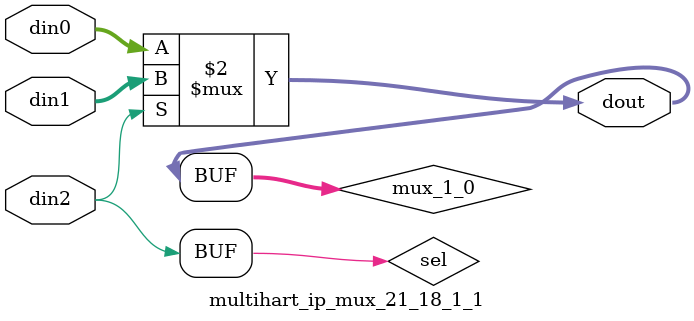
<source format=v>

`timescale 1ns/1ps

module multihart_ip_mux_21_18_1_1 #(
parameter
    ID                = 0,
    NUM_STAGE         = 1,
    din0_WIDTH       = 32,
    din1_WIDTH       = 32,
    din2_WIDTH         = 32,
    dout_WIDTH            = 32
)(
    input  [17 : 0]     din0,
    input  [17 : 0]     din1,
    input  [0 : 0]    din2,
    output [17 : 0]   dout);

// puts internal signals
wire [0 : 0]     sel;
// level 1 signals
wire [17 : 0]         mux_1_0;

assign sel = din2;

// Generate level 1 logic
assign mux_1_0 = (sel[0] == 0)? din0 : din1;

// output logic
assign dout = mux_1_0;

endmodule

</source>
